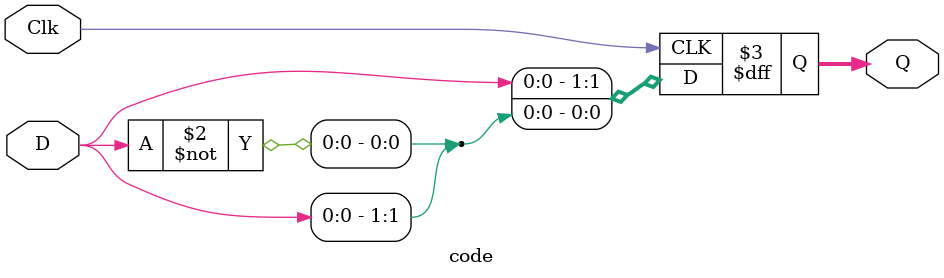
<source format=v>
`timescale 1ns / 1ns
module code(input D, input Clk, output reg [1:0] Q);

	always @ (posedge Clk)
		if(Clk)begin
			Q[1] <= D;
			Q[0] <= ~D;
		end 

endmodule

</source>
